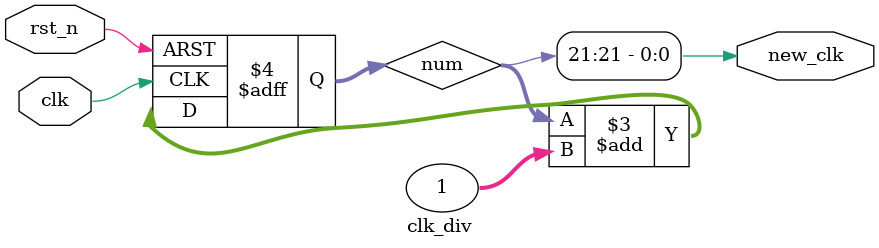
<source format=v>
module clk_div(new_clk, clk, rst_n);
	output new_clk;
	input clk, rst_n;
	reg [31:0] num;
	always @(posedge clk or negedge rst_n) begin
		if (!rst_n) num <= 0;
		else num <= num+1;
	end
	assign new_clk = num[21] ;
endmodule

</source>
